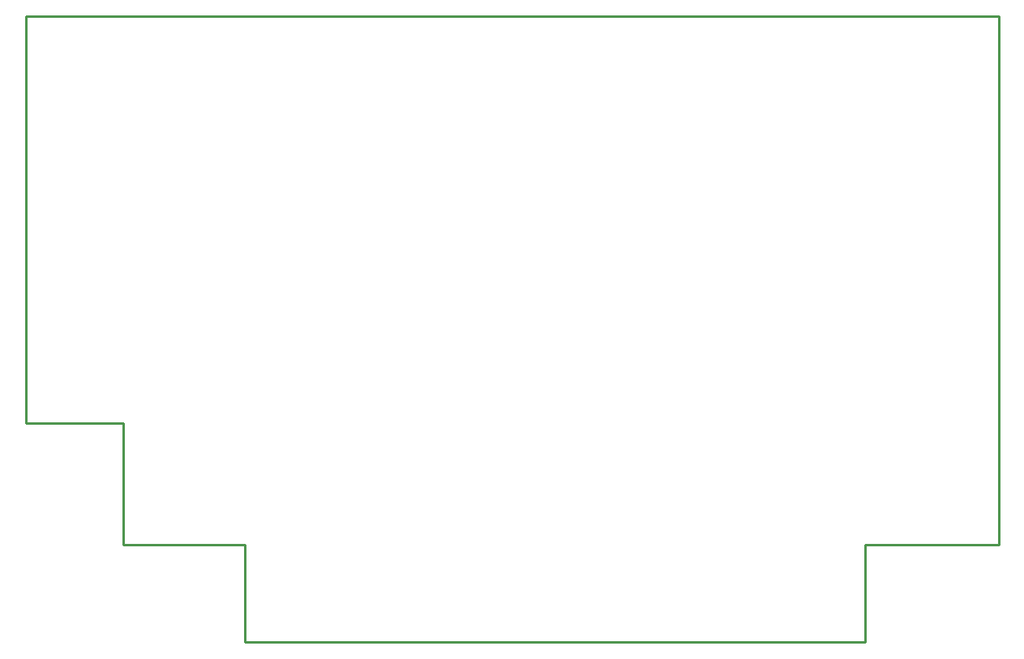
<source format=gm1>
G04 #@! TF.GenerationSoftware,KiCad,Pcbnew,(6.0.9)*
G04 #@! TF.CreationDate,2023-03-03T19:19:16+01:00*
G04 #@! TF.ProjectId,02_Cartucho_MSX_Tang_Nano_9k_TMS9918,30325f43-6172-4747-9563-686f5f4d5358,rev?*
G04 #@! TF.SameCoordinates,Original*
G04 #@! TF.FileFunction,Profile,NP*
%FSLAX46Y46*%
G04 Gerber Fmt 4.6, Leading zero omitted, Abs format (unit mm)*
G04 Created by KiCad (PCBNEW (6.0.9)) date 2023-03-03 19:19:16*
%MOMM*%
%LPD*%
G01*
G04 APERTURE LIST*
G04 #@! TA.AperFunction,Profile*
%ADD10C,0.254000*%
G04 #@! TD*
G04 APERTURE END LIST*
D10*
X144145000Y-133350000D02*
X144145000Y-143510000D01*
X79375000Y-143510000D02*
X79375000Y-133350000D01*
X56515000Y-120650000D02*
X56515000Y-78165000D01*
X158115000Y-78165000D02*
X158115000Y-133350000D01*
X158115000Y-133350000D02*
X144145000Y-133350000D01*
X144145000Y-143510000D02*
X79375000Y-143510000D01*
X56520000Y-78165000D02*
X158110000Y-78165000D01*
X79375000Y-133350000D02*
X66675000Y-133350000D01*
X66675000Y-133350000D02*
X66675000Y-120650000D01*
X66675000Y-120650000D02*
X56515000Y-120650000D01*
M02*

</source>
